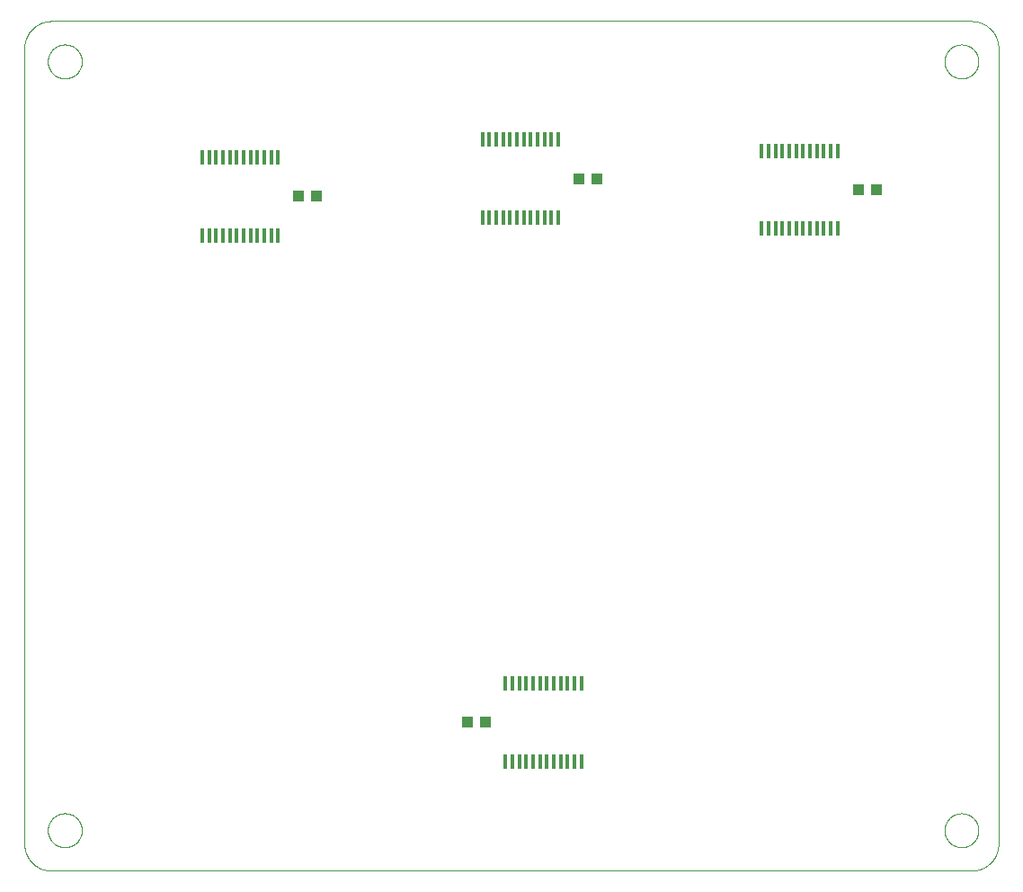
<source format=gtp>
G75*
%MOIN*%
%OFA0B0*%
%FSLAX25Y25*%
%IPPOS*%
%LPD*%
%AMOC8*
5,1,8,0,0,1.08239X$1,22.5*
%
%ADD10C,0.00000*%
%ADD11R,0.01370X0.05500*%
%ADD12R,0.04331X0.03937*%
D10*
X0086433Y0068933D02*
X0086433Y0363894D01*
X0086436Y0364136D01*
X0086445Y0364377D01*
X0086459Y0364618D01*
X0086480Y0364859D01*
X0086506Y0365099D01*
X0086538Y0365339D01*
X0086576Y0365578D01*
X0086619Y0365815D01*
X0086669Y0366052D01*
X0086724Y0366287D01*
X0086784Y0366521D01*
X0086851Y0366753D01*
X0086922Y0366984D01*
X0087000Y0367213D01*
X0087083Y0367440D01*
X0087171Y0367665D01*
X0087265Y0367888D01*
X0087364Y0368108D01*
X0087469Y0368326D01*
X0087578Y0368541D01*
X0087693Y0368754D01*
X0087813Y0368964D01*
X0087938Y0369170D01*
X0088068Y0369374D01*
X0088203Y0369575D01*
X0088343Y0369772D01*
X0088487Y0369966D01*
X0088636Y0370156D01*
X0088790Y0370342D01*
X0088948Y0370525D01*
X0089110Y0370704D01*
X0089277Y0370879D01*
X0089448Y0371050D01*
X0089623Y0371217D01*
X0089802Y0371379D01*
X0089985Y0371537D01*
X0090171Y0371691D01*
X0090361Y0371840D01*
X0090555Y0371984D01*
X0090752Y0372124D01*
X0090953Y0372259D01*
X0091157Y0372389D01*
X0091363Y0372514D01*
X0091573Y0372634D01*
X0091786Y0372749D01*
X0092001Y0372858D01*
X0092219Y0372963D01*
X0092439Y0373062D01*
X0092662Y0373156D01*
X0092887Y0373244D01*
X0093114Y0373327D01*
X0093343Y0373405D01*
X0093574Y0373476D01*
X0093806Y0373543D01*
X0094040Y0373603D01*
X0094275Y0373658D01*
X0094512Y0373708D01*
X0094749Y0373751D01*
X0094988Y0373789D01*
X0095228Y0373821D01*
X0095468Y0373847D01*
X0095709Y0373868D01*
X0095950Y0373882D01*
X0096191Y0373891D01*
X0096433Y0373894D01*
X0437634Y0373894D01*
X0437876Y0373891D01*
X0438117Y0373882D01*
X0438358Y0373868D01*
X0438599Y0373847D01*
X0438839Y0373821D01*
X0439079Y0373789D01*
X0439318Y0373751D01*
X0439555Y0373708D01*
X0439792Y0373658D01*
X0440027Y0373603D01*
X0440261Y0373543D01*
X0440493Y0373476D01*
X0440724Y0373405D01*
X0440953Y0373327D01*
X0441180Y0373244D01*
X0441405Y0373156D01*
X0441628Y0373062D01*
X0441848Y0372963D01*
X0442066Y0372858D01*
X0442281Y0372749D01*
X0442494Y0372634D01*
X0442704Y0372514D01*
X0442910Y0372389D01*
X0443114Y0372259D01*
X0443315Y0372124D01*
X0443512Y0371984D01*
X0443706Y0371840D01*
X0443896Y0371691D01*
X0444082Y0371537D01*
X0444265Y0371379D01*
X0444444Y0371217D01*
X0444619Y0371050D01*
X0444790Y0370879D01*
X0444957Y0370704D01*
X0445119Y0370525D01*
X0445277Y0370342D01*
X0445431Y0370156D01*
X0445580Y0369966D01*
X0445724Y0369772D01*
X0445864Y0369575D01*
X0445999Y0369374D01*
X0446129Y0369170D01*
X0446254Y0368964D01*
X0446374Y0368754D01*
X0446489Y0368541D01*
X0446598Y0368326D01*
X0446703Y0368108D01*
X0446802Y0367888D01*
X0446896Y0367665D01*
X0446984Y0367440D01*
X0447067Y0367213D01*
X0447145Y0366984D01*
X0447216Y0366753D01*
X0447283Y0366521D01*
X0447343Y0366287D01*
X0447398Y0366052D01*
X0447448Y0365815D01*
X0447491Y0365578D01*
X0447529Y0365339D01*
X0447561Y0365099D01*
X0447587Y0364859D01*
X0447608Y0364618D01*
X0447622Y0364377D01*
X0447631Y0364136D01*
X0447634Y0363894D01*
X0447634Y0068933D01*
X0447631Y0068691D01*
X0447622Y0068450D01*
X0447608Y0068209D01*
X0447587Y0067968D01*
X0447561Y0067728D01*
X0447529Y0067488D01*
X0447491Y0067249D01*
X0447448Y0067012D01*
X0447398Y0066775D01*
X0447343Y0066540D01*
X0447283Y0066306D01*
X0447216Y0066074D01*
X0447145Y0065843D01*
X0447067Y0065614D01*
X0446984Y0065387D01*
X0446896Y0065162D01*
X0446802Y0064939D01*
X0446703Y0064719D01*
X0446598Y0064501D01*
X0446489Y0064286D01*
X0446374Y0064073D01*
X0446254Y0063863D01*
X0446129Y0063657D01*
X0445999Y0063453D01*
X0445864Y0063252D01*
X0445724Y0063055D01*
X0445580Y0062861D01*
X0445431Y0062671D01*
X0445277Y0062485D01*
X0445119Y0062302D01*
X0444957Y0062123D01*
X0444790Y0061948D01*
X0444619Y0061777D01*
X0444444Y0061610D01*
X0444265Y0061448D01*
X0444082Y0061290D01*
X0443896Y0061136D01*
X0443706Y0060987D01*
X0443512Y0060843D01*
X0443315Y0060703D01*
X0443114Y0060568D01*
X0442910Y0060438D01*
X0442704Y0060313D01*
X0442494Y0060193D01*
X0442281Y0060078D01*
X0442066Y0059969D01*
X0441848Y0059864D01*
X0441628Y0059765D01*
X0441405Y0059671D01*
X0441180Y0059583D01*
X0440953Y0059500D01*
X0440724Y0059422D01*
X0440493Y0059351D01*
X0440261Y0059284D01*
X0440027Y0059224D01*
X0439792Y0059169D01*
X0439555Y0059119D01*
X0439318Y0059076D01*
X0439079Y0059038D01*
X0438839Y0059006D01*
X0438599Y0058980D01*
X0438358Y0058959D01*
X0438117Y0058945D01*
X0437876Y0058936D01*
X0437634Y0058933D01*
X0096433Y0058933D01*
X0096191Y0058936D01*
X0095950Y0058945D01*
X0095709Y0058959D01*
X0095468Y0058980D01*
X0095228Y0059006D01*
X0094988Y0059038D01*
X0094749Y0059076D01*
X0094512Y0059119D01*
X0094275Y0059169D01*
X0094040Y0059224D01*
X0093806Y0059284D01*
X0093574Y0059351D01*
X0093343Y0059422D01*
X0093114Y0059500D01*
X0092887Y0059583D01*
X0092662Y0059671D01*
X0092439Y0059765D01*
X0092219Y0059864D01*
X0092001Y0059969D01*
X0091786Y0060078D01*
X0091573Y0060193D01*
X0091363Y0060313D01*
X0091157Y0060438D01*
X0090953Y0060568D01*
X0090752Y0060703D01*
X0090555Y0060843D01*
X0090361Y0060987D01*
X0090171Y0061136D01*
X0089985Y0061290D01*
X0089802Y0061448D01*
X0089623Y0061610D01*
X0089448Y0061777D01*
X0089277Y0061948D01*
X0089110Y0062123D01*
X0088948Y0062302D01*
X0088790Y0062485D01*
X0088636Y0062671D01*
X0088487Y0062861D01*
X0088343Y0063055D01*
X0088203Y0063252D01*
X0088068Y0063453D01*
X0087938Y0063657D01*
X0087813Y0063863D01*
X0087693Y0064073D01*
X0087578Y0064286D01*
X0087469Y0064501D01*
X0087364Y0064719D01*
X0087265Y0064939D01*
X0087171Y0065162D01*
X0087083Y0065387D01*
X0087000Y0065614D01*
X0086922Y0065843D01*
X0086851Y0066074D01*
X0086784Y0066306D01*
X0086724Y0066540D01*
X0086669Y0066775D01*
X0086619Y0067012D01*
X0086576Y0067249D01*
X0086538Y0067488D01*
X0086506Y0067728D01*
X0086480Y0067968D01*
X0086459Y0068209D01*
X0086445Y0068450D01*
X0086436Y0068691D01*
X0086433Y0068933D01*
X0095134Y0073933D02*
X0095136Y0074091D01*
X0095142Y0074249D01*
X0095152Y0074407D01*
X0095166Y0074565D01*
X0095184Y0074722D01*
X0095205Y0074879D01*
X0095231Y0075035D01*
X0095261Y0075191D01*
X0095294Y0075346D01*
X0095332Y0075499D01*
X0095373Y0075652D01*
X0095418Y0075804D01*
X0095467Y0075955D01*
X0095520Y0076104D01*
X0095576Y0076252D01*
X0095636Y0076398D01*
X0095700Y0076543D01*
X0095768Y0076686D01*
X0095839Y0076828D01*
X0095913Y0076968D01*
X0095991Y0077105D01*
X0096073Y0077241D01*
X0096157Y0077375D01*
X0096246Y0077506D01*
X0096337Y0077635D01*
X0096432Y0077762D01*
X0096529Y0077887D01*
X0096630Y0078009D01*
X0096734Y0078128D01*
X0096841Y0078245D01*
X0096951Y0078359D01*
X0097064Y0078470D01*
X0097179Y0078579D01*
X0097297Y0078684D01*
X0097418Y0078786D01*
X0097541Y0078886D01*
X0097667Y0078982D01*
X0097795Y0079075D01*
X0097925Y0079165D01*
X0098058Y0079251D01*
X0098193Y0079335D01*
X0098329Y0079414D01*
X0098468Y0079491D01*
X0098609Y0079563D01*
X0098751Y0079633D01*
X0098895Y0079698D01*
X0099041Y0079760D01*
X0099188Y0079818D01*
X0099337Y0079873D01*
X0099487Y0079924D01*
X0099638Y0079971D01*
X0099790Y0080014D01*
X0099943Y0080053D01*
X0100098Y0080089D01*
X0100253Y0080120D01*
X0100409Y0080148D01*
X0100565Y0080172D01*
X0100722Y0080192D01*
X0100880Y0080208D01*
X0101037Y0080220D01*
X0101196Y0080228D01*
X0101354Y0080232D01*
X0101512Y0080232D01*
X0101670Y0080228D01*
X0101829Y0080220D01*
X0101986Y0080208D01*
X0102144Y0080192D01*
X0102301Y0080172D01*
X0102457Y0080148D01*
X0102613Y0080120D01*
X0102768Y0080089D01*
X0102923Y0080053D01*
X0103076Y0080014D01*
X0103228Y0079971D01*
X0103379Y0079924D01*
X0103529Y0079873D01*
X0103678Y0079818D01*
X0103825Y0079760D01*
X0103971Y0079698D01*
X0104115Y0079633D01*
X0104257Y0079563D01*
X0104398Y0079491D01*
X0104537Y0079414D01*
X0104673Y0079335D01*
X0104808Y0079251D01*
X0104941Y0079165D01*
X0105071Y0079075D01*
X0105199Y0078982D01*
X0105325Y0078886D01*
X0105448Y0078786D01*
X0105569Y0078684D01*
X0105687Y0078579D01*
X0105802Y0078470D01*
X0105915Y0078359D01*
X0106025Y0078245D01*
X0106132Y0078128D01*
X0106236Y0078009D01*
X0106337Y0077887D01*
X0106434Y0077762D01*
X0106529Y0077635D01*
X0106620Y0077506D01*
X0106709Y0077375D01*
X0106793Y0077241D01*
X0106875Y0077105D01*
X0106953Y0076968D01*
X0107027Y0076828D01*
X0107098Y0076686D01*
X0107166Y0076543D01*
X0107230Y0076398D01*
X0107290Y0076252D01*
X0107346Y0076104D01*
X0107399Y0075955D01*
X0107448Y0075804D01*
X0107493Y0075652D01*
X0107534Y0075499D01*
X0107572Y0075346D01*
X0107605Y0075191D01*
X0107635Y0075035D01*
X0107661Y0074879D01*
X0107682Y0074722D01*
X0107700Y0074565D01*
X0107714Y0074407D01*
X0107724Y0074249D01*
X0107730Y0074091D01*
X0107732Y0073933D01*
X0107730Y0073775D01*
X0107724Y0073617D01*
X0107714Y0073459D01*
X0107700Y0073301D01*
X0107682Y0073144D01*
X0107661Y0072987D01*
X0107635Y0072831D01*
X0107605Y0072675D01*
X0107572Y0072520D01*
X0107534Y0072367D01*
X0107493Y0072214D01*
X0107448Y0072062D01*
X0107399Y0071911D01*
X0107346Y0071762D01*
X0107290Y0071614D01*
X0107230Y0071468D01*
X0107166Y0071323D01*
X0107098Y0071180D01*
X0107027Y0071038D01*
X0106953Y0070898D01*
X0106875Y0070761D01*
X0106793Y0070625D01*
X0106709Y0070491D01*
X0106620Y0070360D01*
X0106529Y0070231D01*
X0106434Y0070104D01*
X0106337Y0069979D01*
X0106236Y0069857D01*
X0106132Y0069738D01*
X0106025Y0069621D01*
X0105915Y0069507D01*
X0105802Y0069396D01*
X0105687Y0069287D01*
X0105569Y0069182D01*
X0105448Y0069080D01*
X0105325Y0068980D01*
X0105199Y0068884D01*
X0105071Y0068791D01*
X0104941Y0068701D01*
X0104808Y0068615D01*
X0104673Y0068531D01*
X0104537Y0068452D01*
X0104398Y0068375D01*
X0104257Y0068303D01*
X0104115Y0068233D01*
X0103971Y0068168D01*
X0103825Y0068106D01*
X0103678Y0068048D01*
X0103529Y0067993D01*
X0103379Y0067942D01*
X0103228Y0067895D01*
X0103076Y0067852D01*
X0102923Y0067813D01*
X0102768Y0067777D01*
X0102613Y0067746D01*
X0102457Y0067718D01*
X0102301Y0067694D01*
X0102144Y0067674D01*
X0101986Y0067658D01*
X0101829Y0067646D01*
X0101670Y0067638D01*
X0101512Y0067634D01*
X0101354Y0067634D01*
X0101196Y0067638D01*
X0101037Y0067646D01*
X0100880Y0067658D01*
X0100722Y0067674D01*
X0100565Y0067694D01*
X0100409Y0067718D01*
X0100253Y0067746D01*
X0100098Y0067777D01*
X0099943Y0067813D01*
X0099790Y0067852D01*
X0099638Y0067895D01*
X0099487Y0067942D01*
X0099337Y0067993D01*
X0099188Y0068048D01*
X0099041Y0068106D01*
X0098895Y0068168D01*
X0098751Y0068233D01*
X0098609Y0068303D01*
X0098468Y0068375D01*
X0098329Y0068452D01*
X0098193Y0068531D01*
X0098058Y0068615D01*
X0097925Y0068701D01*
X0097795Y0068791D01*
X0097667Y0068884D01*
X0097541Y0068980D01*
X0097418Y0069080D01*
X0097297Y0069182D01*
X0097179Y0069287D01*
X0097064Y0069396D01*
X0096951Y0069507D01*
X0096841Y0069621D01*
X0096734Y0069738D01*
X0096630Y0069857D01*
X0096529Y0069979D01*
X0096432Y0070104D01*
X0096337Y0070231D01*
X0096246Y0070360D01*
X0096157Y0070491D01*
X0096073Y0070625D01*
X0095991Y0070761D01*
X0095913Y0070898D01*
X0095839Y0071038D01*
X0095768Y0071180D01*
X0095700Y0071323D01*
X0095636Y0071468D01*
X0095576Y0071614D01*
X0095520Y0071762D01*
X0095467Y0071911D01*
X0095418Y0072062D01*
X0095373Y0072214D01*
X0095332Y0072367D01*
X0095294Y0072520D01*
X0095261Y0072675D01*
X0095231Y0072831D01*
X0095205Y0072987D01*
X0095184Y0073144D01*
X0095166Y0073301D01*
X0095152Y0073459D01*
X0095142Y0073617D01*
X0095136Y0073775D01*
X0095134Y0073933D01*
X0427634Y0073933D02*
X0427636Y0074091D01*
X0427642Y0074249D01*
X0427652Y0074407D01*
X0427666Y0074565D01*
X0427684Y0074722D01*
X0427705Y0074879D01*
X0427731Y0075035D01*
X0427761Y0075191D01*
X0427794Y0075346D01*
X0427832Y0075499D01*
X0427873Y0075652D01*
X0427918Y0075804D01*
X0427967Y0075955D01*
X0428020Y0076104D01*
X0428076Y0076252D01*
X0428136Y0076398D01*
X0428200Y0076543D01*
X0428268Y0076686D01*
X0428339Y0076828D01*
X0428413Y0076968D01*
X0428491Y0077105D01*
X0428573Y0077241D01*
X0428657Y0077375D01*
X0428746Y0077506D01*
X0428837Y0077635D01*
X0428932Y0077762D01*
X0429029Y0077887D01*
X0429130Y0078009D01*
X0429234Y0078128D01*
X0429341Y0078245D01*
X0429451Y0078359D01*
X0429564Y0078470D01*
X0429679Y0078579D01*
X0429797Y0078684D01*
X0429918Y0078786D01*
X0430041Y0078886D01*
X0430167Y0078982D01*
X0430295Y0079075D01*
X0430425Y0079165D01*
X0430558Y0079251D01*
X0430693Y0079335D01*
X0430829Y0079414D01*
X0430968Y0079491D01*
X0431109Y0079563D01*
X0431251Y0079633D01*
X0431395Y0079698D01*
X0431541Y0079760D01*
X0431688Y0079818D01*
X0431837Y0079873D01*
X0431987Y0079924D01*
X0432138Y0079971D01*
X0432290Y0080014D01*
X0432443Y0080053D01*
X0432598Y0080089D01*
X0432753Y0080120D01*
X0432909Y0080148D01*
X0433065Y0080172D01*
X0433222Y0080192D01*
X0433380Y0080208D01*
X0433537Y0080220D01*
X0433696Y0080228D01*
X0433854Y0080232D01*
X0434012Y0080232D01*
X0434170Y0080228D01*
X0434329Y0080220D01*
X0434486Y0080208D01*
X0434644Y0080192D01*
X0434801Y0080172D01*
X0434957Y0080148D01*
X0435113Y0080120D01*
X0435268Y0080089D01*
X0435423Y0080053D01*
X0435576Y0080014D01*
X0435728Y0079971D01*
X0435879Y0079924D01*
X0436029Y0079873D01*
X0436178Y0079818D01*
X0436325Y0079760D01*
X0436471Y0079698D01*
X0436615Y0079633D01*
X0436757Y0079563D01*
X0436898Y0079491D01*
X0437037Y0079414D01*
X0437173Y0079335D01*
X0437308Y0079251D01*
X0437441Y0079165D01*
X0437571Y0079075D01*
X0437699Y0078982D01*
X0437825Y0078886D01*
X0437948Y0078786D01*
X0438069Y0078684D01*
X0438187Y0078579D01*
X0438302Y0078470D01*
X0438415Y0078359D01*
X0438525Y0078245D01*
X0438632Y0078128D01*
X0438736Y0078009D01*
X0438837Y0077887D01*
X0438934Y0077762D01*
X0439029Y0077635D01*
X0439120Y0077506D01*
X0439209Y0077375D01*
X0439293Y0077241D01*
X0439375Y0077105D01*
X0439453Y0076968D01*
X0439527Y0076828D01*
X0439598Y0076686D01*
X0439666Y0076543D01*
X0439730Y0076398D01*
X0439790Y0076252D01*
X0439846Y0076104D01*
X0439899Y0075955D01*
X0439948Y0075804D01*
X0439993Y0075652D01*
X0440034Y0075499D01*
X0440072Y0075346D01*
X0440105Y0075191D01*
X0440135Y0075035D01*
X0440161Y0074879D01*
X0440182Y0074722D01*
X0440200Y0074565D01*
X0440214Y0074407D01*
X0440224Y0074249D01*
X0440230Y0074091D01*
X0440232Y0073933D01*
X0440230Y0073775D01*
X0440224Y0073617D01*
X0440214Y0073459D01*
X0440200Y0073301D01*
X0440182Y0073144D01*
X0440161Y0072987D01*
X0440135Y0072831D01*
X0440105Y0072675D01*
X0440072Y0072520D01*
X0440034Y0072367D01*
X0439993Y0072214D01*
X0439948Y0072062D01*
X0439899Y0071911D01*
X0439846Y0071762D01*
X0439790Y0071614D01*
X0439730Y0071468D01*
X0439666Y0071323D01*
X0439598Y0071180D01*
X0439527Y0071038D01*
X0439453Y0070898D01*
X0439375Y0070761D01*
X0439293Y0070625D01*
X0439209Y0070491D01*
X0439120Y0070360D01*
X0439029Y0070231D01*
X0438934Y0070104D01*
X0438837Y0069979D01*
X0438736Y0069857D01*
X0438632Y0069738D01*
X0438525Y0069621D01*
X0438415Y0069507D01*
X0438302Y0069396D01*
X0438187Y0069287D01*
X0438069Y0069182D01*
X0437948Y0069080D01*
X0437825Y0068980D01*
X0437699Y0068884D01*
X0437571Y0068791D01*
X0437441Y0068701D01*
X0437308Y0068615D01*
X0437173Y0068531D01*
X0437037Y0068452D01*
X0436898Y0068375D01*
X0436757Y0068303D01*
X0436615Y0068233D01*
X0436471Y0068168D01*
X0436325Y0068106D01*
X0436178Y0068048D01*
X0436029Y0067993D01*
X0435879Y0067942D01*
X0435728Y0067895D01*
X0435576Y0067852D01*
X0435423Y0067813D01*
X0435268Y0067777D01*
X0435113Y0067746D01*
X0434957Y0067718D01*
X0434801Y0067694D01*
X0434644Y0067674D01*
X0434486Y0067658D01*
X0434329Y0067646D01*
X0434170Y0067638D01*
X0434012Y0067634D01*
X0433854Y0067634D01*
X0433696Y0067638D01*
X0433537Y0067646D01*
X0433380Y0067658D01*
X0433222Y0067674D01*
X0433065Y0067694D01*
X0432909Y0067718D01*
X0432753Y0067746D01*
X0432598Y0067777D01*
X0432443Y0067813D01*
X0432290Y0067852D01*
X0432138Y0067895D01*
X0431987Y0067942D01*
X0431837Y0067993D01*
X0431688Y0068048D01*
X0431541Y0068106D01*
X0431395Y0068168D01*
X0431251Y0068233D01*
X0431109Y0068303D01*
X0430968Y0068375D01*
X0430829Y0068452D01*
X0430693Y0068531D01*
X0430558Y0068615D01*
X0430425Y0068701D01*
X0430295Y0068791D01*
X0430167Y0068884D01*
X0430041Y0068980D01*
X0429918Y0069080D01*
X0429797Y0069182D01*
X0429679Y0069287D01*
X0429564Y0069396D01*
X0429451Y0069507D01*
X0429341Y0069621D01*
X0429234Y0069738D01*
X0429130Y0069857D01*
X0429029Y0069979D01*
X0428932Y0070104D01*
X0428837Y0070231D01*
X0428746Y0070360D01*
X0428657Y0070491D01*
X0428573Y0070625D01*
X0428491Y0070761D01*
X0428413Y0070898D01*
X0428339Y0071038D01*
X0428268Y0071180D01*
X0428200Y0071323D01*
X0428136Y0071468D01*
X0428076Y0071614D01*
X0428020Y0071762D01*
X0427967Y0071911D01*
X0427918Y0072062D01*
X0427873Y0072214D01*
X0427832Y0072367D01*
X0427794Y0072520D01*
X0427761Y0072675D01*
X0427731Y0072831D01*
X0427705Y0072987D01*
X0427684Y0073144D01*
X0427666Y0073301D01*
X0427652Y0073459D01*
X0427642Y0073617D01*
X0427636Y0073775D01*
X0427634Y0073933D01*
X0427634Y0358933D02*
X0427636Y0359091D01*
X0427642Y0359249D01*
X0427652Y0359407D01*
X0427666Y0359565D01*
X0427684Y0359722D01*
X0427705Y0359879D01*
X0427731Y0360035D01*
X0427761Y0360191D01*
X0427794Y0360346D01*
X0427832Y0360499D01*
X0427873Y0360652D01*
X0427918Y0360804D01*
X0427967Y0360955D01*
X0428020Y0361104D01*
X0428076Y0361252D01*
X0428136Y0361398D01*
X0428200Y0361543D01*
X0428268Y0361686D01*
X0428339Y0361828D01*
X0428413Y0361968D01*
X0428491Y0362105D01*
X0428573Y0362241D01*
X0428657Y0362375D01*
X0428746Y0362506D01*
X0428837Y0362635D01*
X0428932Y0362762D01*
X0429029Y0362887D01*
X0429130Y0363009D01*
X0429234Y0363128D01*
X0429341Y0363245D01*
X0429451Y0363359D01*
X0429564Y0363470D01*
X0429679Y0363579D01*
X0429797Y0363684D01*
X0429918Y0363786D01*
X0430041Y0363886D01*
X0430167Y0363982D01*
X0430295Y0364075D01*
X0430425Y0364165D01*
X0430558Y0364251D01*
X0430693Y0364335D01*
X0430829Y0364414D01*
X0430968Y0364491D01*
X0431109Y0364563D01*
X0431251Y0364633D01*
X0431395Y0364698D01*
X0431541Y0364760D01*
X0431688Y0364818D01*
X0431837Y0364873D01*
X0431987Y0364924D01*
X0432138Y0364971D01*
X0432290Y0365014D01*
X0432443Y0365053D01*
X0432598Y0365089D01*
X0432753Y0365120D01*
X0432909Y0365148D01*
X0433065Y0365172D01*
X0433222Y0365192D01*
X0433380Y0365208D01*
X0433537Y0365220D01*
X0433696Y0365228D01*
X0433854Y0365232D01*
X0434012Y0365232D01*
X0434170Y0365228D01*
X0434329Y0365220D01*
X0434486Y0365208D01*
X0434644Y0365192D01*
X0434801Y0365172D01*
X0434957Y0365148D01*
X0435113Y0365120D01*
X0435268Y0365089D01*
X0435423Y0365053D01*
X0435576Y0365014D01*
X0435728Y0364971D01*
X0435879Y0364924D01*
X0436029Y0364873D01*
X0436178Y0364818D01*
X0436325Y0364760D01*
X0436471Y0364698D01*
X0436615Y0364633D01*
X0436757Y0364563D01*
X0436898Y0364491D01*
X0437037Y0364414D01*
X0437173Y0364335D01*
X0437308Y0364251D01*
X0437441Y0364165D01*
X0437571Y0364075D01*
X0437699Y0363982D01*
X0437825Y0363886D01*
X0437948Y0363786D01*
X0438069Y0363684D01*
X0438187Y0363579D01*
X0438302Y0363470D01*
X0438415Y0363359D01*
X0438525Y0363245D01*
X0438632Y0363128D01*
X0438736Y0363009D01*
X0438837Y0362887D01*
X0438934Y0362762D01*
X0439029Y0362635D01*
X0439120Y0362506D01*
X0439209Y0362375D01*
X0439293Y0362241D01*
X0439375Y0362105D01*
X0439453Y0361968D01*
X0439527Y0361828D01*
X0439598Y0361686D01*
X0439666Y0361543D01*
X0439730Y0361398D01*
X0439790Y0361252D01*
X0439846Y0361104D01*
X0439899Y0360955D01*
X0439948Y0360804D01*
X0439993Y0360652D01*
X0440034Y0360499D01*
X0440072Y0360346D01*
X0440105Y0360191D01*
X0440135Y0360035D01*
X0440161Y0359879D01*
X0440182Y0359722D01*
X0440200Y0359565D01*
X0440214Y0359407D01*
X0440224Y0359249D01*
X0440230Y0359091D01*
X0440232Y0358933D01*
X0440230Y0358775D01*
X0440224Y0358617D01*
X0440214Y0358459D01*
X0440200Y0358301D01*
X0440182Y0358144D01*
X0440161Y0357987D01*
X0440135Y0357831D01*
X0440105Y0357675D01*
X0440072Y0357520D01*
X0440034Y0357367D01*
X0439993Y0357214D01*
X0439948Y0357062D01*
X0439899Y0356911D01*
X0439846Y0356762D01*
X0439790Y0356614D01*
X0439730Y0356468D01*
X0439666Y0356323D01*
X0439598Y0356180D01*
X0439527Y0356038D01*
X0439453Y0355898D01*
X0439375Y0355761D01*
X0439293Y0355625D01*
X0439209Y0355491D01*
X0439120Y0355360D01*
X0439029Y0355231D01*
X0438934Y0355104D01*
X0438837Y0354979D01*
X0438736Y0354857D01*
X0438632Y0354738D01*
X0438525Y0354621D01*
X0438415Y0354507D01*
X0438302Y0354396D01*
X0438187Y0354287D01*
X0438069Y0354182D01*
X0437948Y0354080D01*
X0437825Y0353980D01*
X0437699Y0353884D01*
X0437571Y0353791D01*
X0437441Y0353701D01*
X0437308Y0353615D01*
X0437173Y0353531D01*
X0437037Y0353452D01*
X0436898Y0353375D01*
X0436757Y0353303D01*
X0436615Y0353233D01*
X0436471Y0353168D01*
X0436325Y0353106D01*
X0436178Y0353048D01*
X0436029Y0352993D01*
X0435879Y0352942D01*
X0435728Y0352895D01*
X0435576Y0352852D01*
X0435423Y0352813D01*
X0435268Y0352777D01*
X0435113Y0352746D01*
X0434957Y0352718D01*
X0434801Y0352694D01*
X0434644Y0352674D01*
X0434486Y0352658D01*
X0434329Y0352646D01*
X0434170Y0352638D01*
X0434012Y0352634D01*
X0433854Y0352634D01*
X0433696Y0352638D01*
X0433537Y0352646D01*
X0433380Y0352658D01*
X0433222Y0352674D01*
X0433065Y0352694D01*
X0432909Y0352718D01*
X0432753Y0352746D01*
X0432598Y0352777D01*
X0432443Y0352813D01*
X0432290Y0352852D01*
X0432138Y0352895D01*
X0431987Y0352942D01*
X0431837Y0352993D01*
X0431688Y0353048D01*
X0431541Y0353106D01*
X0431395Y0353168D01*
X0431251Y0353233D01*
X0431109Y0353303D01*
X0430968Y0353375D01*
X0430829Y0353452D01*
X0430693Y0353531D01*
X0430558Y0353615D01*
X0430425Y0353701D01*
X0430295Y0353791D01*
X0430167Y0353884D01*
X0430041Y0353980D01*
X0429918Y0354080D01*
X0429797Y0354182D01*
X0429679Y0354287D01*
X0429564Y0354396D01*
X0429451Y0354507D01*
X0429341Y0354621D01*
X0429234Y0354738D01*
X0429130Y0354857D01*
X0429029Y0354979D01*
X0428932Y0355104D01*
X0428837Y0355231D01*
X0428746Y0355360D01*
X0428657Y0355491D01*
X0428573Y0355625D01*
X0428491Y0355761D01*
X0428413Y0355898D01*
X0428339Y0356038D01*
X0428268Y0356180D01*
X0428200Y0356323D01*
X0428136Y0356468D01*
X0428076Y0356614D01*
X0428020Y0356762D01*
X0427967Y0356911D01*
X0427918Y0357062D01*
X0427873Y0357214D01*
X0427832Y0357367D01*
X0427794Y0357520D01*
X0427761Y0357675D01*
X0427731Y0357831D01*
X0427705Y0357987D01*
X0427684Y0358144D01*
X0427666Y0358301D01*
X0427652Y0358459D01*
X0427642Y0358617D01*
X0427636Y0358775D01*
X0427634Y0358933D01*
X0095134Y0358933D02*
X0095136Y0359091D01*
X0095142Y0359249D01*
X0095152Y0359407D01*
X0095166Y0359565D01*
X0095184Y0359722D01*
X0095205Y0359879D01*
X0095231Y0360035D01*
X0095261Y0360191D01*
X0095294Y0360346D01*
X0095332Y0360499D01*
X0095373Y0360652D01*
X0095418Y0360804D01*
X0095467Y0360955D01*
X0095520Y0361104D01*
X0095576Y0361252D01*
X0095636Y0361398D01*
X0095700Y0361543D01*
X0095768Y0361686D01*
X0095839Y0361828D01*
X0095913Y0361968D01*
X0095991Y0362105D01*
X0096073Y0362241D01*
X0096157Y0362375D01*
X0096246Y0362506D01*
X0096337Y0362635D01*
X0096432Y0362762D01*
X0096529Y0362887D01*
X0096630Y0363009D01*
X0096734Y0363128D01*
X0096841Y0363245D01*
X0096951Y0363359D01*
X0097064Y0363470D01*
X0097179Y0363579D01*
X0097297Y0363684D01*
X0097418Y0363786D01*
X0097541Y0363886D01*
X0097667Y0363982D01*
X0097795Y0364075D01*
X0097925Y0364165D01*
X0098058Y0364251D01*
X0098193Y0364335D01*
X0098329Y0364414D01*
X0098468Y0364491D01*
X0098609Y0364563D01*
X0098751Y0364633D01*
X0098895Y0364698D01*
X0099041Y0364760D01*
X0099188Y0364818D01*
X0099337Y0364873D01*
X0099487Y0364924D01*
X0099638Y0364971D01*
X0099790Y0365014D01*
X0099943Y0365053D01*
X0100098Y0365089D01*
X0100253Y0365120D01*
X0100409Y0365148D01*
X0100565Y0365172D01*
X0100722Y0365192D01*
X0100880Y0365208D01*
X0101037Y0365220D01*
X0101196Y0365228D01*
X0101354Y0365232D01*
X0101512Y0365232D01*
X0101670Y0365228D01*
X0101829Y0365220D01*
X0101986Y0365208D01*
X0102144Y0365192D01*
X0102301Y0365172D01*
X0102457Y0365148D01*
X0102613Y0365120D01*
X0102768Y0365089D01*
X0102923Y0365053D01*
X0103076Y0365014D01*
X0103228Y0364971D01*
X0103379Y0364924D01*
X0103529Y0364873D01*
X0103678Y0364818D01*
X0103825Y0364760D01*
X0103971Y0364698D01*
X0104115Y0364633D01*
X0104257Y0364563D01*
X0104398Y0364491D01*
X0104537Y0364414D01*
X0104673Y0364335D01*
X0104808Y0364251D01*
X0104941Y0364165D01*
X0105071Y0364075D01*
X0105199Y0363982D01*
X0105325Y0363886D01*
X0105448Y0363786D01*
X0105569Y0363684D01*
X0105687Y0363579D01*
X0105802Y0363470D01*
X0105915Y0363359D01*
X0106025Y0363245D01*
X0106132Y0363128D01*
X0106236Y0363009D01*
X0106337Y0362887D01*
X0106434Y0362762D01*
X0106529Y0362635D01*
X0106620Y0362506D01*
X0106709Y0362375D01*
X0106793Y0362241D01*
X0106875Y0362105D01*
X0106953Y0361968D01*
X0107027Y0361828D01*
X0107098Y0361686D01*
X0107166Y0361543D01*
X0107230Y0361398D01*
X0107290Y0361252D01*
X0107346Y0361104D01*
X0107399Y0360955D01*
X0107448Y0360804D01*
X0107493Y0360652D01*
X0107534Y0360499D01*
X0107572Y0360346D01*
X0107605Y0360191D01*
X0107635Y0360035D01*
X0107661Y0359879D01*
X0107682Y0359722D01*
X0107700Y0359565D01*
X0107714Y0359407D01*
X0107724Y0359249D01*
X0107730Y0359091D01*
X0107732Y0358933D01*
X0107730Y0358775D01*
X0107724Y0358617D01*
X0107714Y0358459D01*
X0107700Y0358301D01*
X0107682Y0358144D01*
X0107661Y0357987D01*
X0107635Y0357831D01*
X0107605Y0357675D01*
X0107572Y0357520D01*
X0107534Y0357367D01*
X0107493Y0357214D01*
X0107448Y0357062D01*
X0107399Y0356911D01*
X0107346Y0356762D01*
X0107290Y0356614D01*
X0107230Y0356468D01*
X0107166Y0356323D01*
X0107098Y0356180D01*
X0107027Y0356038D01*
X0106953Y0355898D01*
X0106875Y0355761D01*
X0106793Y0355625D01*
X0106709Y0355491D01*
X0106620Y0355360D01*
X0106529Y0355231D01*
X0106434Y0355104D01*
X0106337Y0354979D01*
X0106236Y0354857D01*
X0106132Y0354738D01*
X0106025Y0354621D01*
X0105915Y0354507D01*
X0105802Y0354396D01*
X0105687Y0354287D01*
X0105569Y0354182D01*
X0105448Y0354080D01*
X0105325Y0353980D01*
X0105199Y0353884D01*
X0105071Y0353791D01*
X0104941Y0353701D01*
X0104808Y0353615D01*
X0104673Y0353531D01*
X0104537Y0353452D01*
X0104398Y0353375D01*
X0104257Y0353303D01*
X0104115Y0353233D01*
X0103971Y0353168D01*
X0103825Y0353106D01*
X0103678Y0353048D01*
X0103529Y0352993D01*
X0103379Y0352942D01*
X0103228Y0352895D01*
X0103076Y0352852D01*
X0102923Y0352813D01*
X0102768Y0352777D01*
X0102613Y0352746D01*
X0102457Y0352718D01*
X0102301Y0352694D01*
X0102144Y0352674D01*
X0101986Y0352658D01*
X0101829Y0352646D01*
X0101670Y0352638D01*
X0101512Y0352634D01*
X0101354Y0352634D01*
X0101196Y0352638D01*
X0101037Y0352646D01*
X0100880Y0352658D01*
X0100722Y0352674D01*
X0100565Y0352694D01*
X0100409Y0352718D01*
X0100253Y0352746D01*
X0100098Y0352777D01*
X0099943Y0352813D01*
X0099790Y0352852D01*
X0099638Y0352895D01*
X0099487Y0352942D01*
X0099337Y0352993D01*
X0099188Y0353048D01*
X0099041Y0353106D01*
X0098895Y0353168D01*
X0098751Y0353233D01*
X0098609Y0353303D01*
X0098468Y0353375D01*
X0098329Y0353452D01*
X0098193Y0353531D01*
X0098058Y0353615D01*
X0097925Y0353701D01*
X0097795Y0353791D01*
X0097667Y0353884D01*
X0097541Y0353980D01*
X0097418Y0354080D01*
X0097297Y0354182D01*
X0097179Y0354287D01*
X0097064Y0354396D01*
X0096951Y0354507D01*
X0096841Y0354621D01*
X0096734Y0354738D01*
X0096630Y0354857D01*
X0096529Y0354979D01*
X0096432Y0355104D01*
X0096337Y0355231D01*
X0096246Y0355360D01*
X0096157Y0355491D01*
X0096073Y0355625D01*
X0095991Y0355761D01*
X0095913Y0355898D01*
X0095839Y0356038D01*
X0095768Y0356180D01*
X0095700Y0356323D01*
X0095636Y0356468D01*
X0095576Y0356614D01*
X0095520Y0356762D01*
X0095467Y0356911D01*
X0095418Y0357062D01*
X0095373Y0357214D01*
X0095332Y0357367D01*
X0095294Y0357520D01*
X0095261Y0357675D01*
X0095231Y0357831D01*
X0095205Y0357987D01*
X0095184Y0358144D01*
X0095166Y0358301D01*
X0095152Y0358459D01*
X0095142Y0358617D01*
X0095136Y0358775D01*
X0095134Y0358933D01*
D11*
X0152358Y0323327D03*
X0154917Y0323327D03*
X0157476Y0323327D03*
X0160035Y0323327D03*
X0162594Y0323327D03*
X0165154Y0323327D03*
X0167713Y0323327D03*
X0170272Y0323327D03*
X0172831Y0323327D03*
X0175390Y0323327D03*
X0177949Y0323327D03*
X0180508Y0323327D03*
X0180508Y0294539D03*
X0177949Y0294539D03*
X0175390Y0294539D03*
X0172831Y0294539D03*
X0170272Y0294539D03*
X0167713Y0294539D03*
X0165154Y0294539D03*
X0162594Y0294539D03*
X0160035Y0294539D03*
X0157476Y0294539D03*
X0154917Y0294539D03*
X0152358Y0294539D03*
X0256238Y0301108D03*
X0258797Y0301108D03*
X0261356Y0301108D03*
X0263915Y0301108D03*
X0266474Y0301108D03*
X0269033Y0301108D03*
X0271592Y0301108D03*
X0274151Y0301108D03*
X0276710Y0301108D03*
X0279269Y0301108D03*
X0281828Y0301108D03*
X0284388Y0301108D03*
X0284388Y0329896D03*
X0281828Y0329896D03*
X0279269Y0329896D03*
X0276710Y0329896D03*
X0274151Y0329896D03*
X0271592Y0329896D03*
X0269033Y0329896D03*
X0266474Y0329896D03*
X0263915Y0329896D03*
X0261356Y0329896D03*
X0258797Y0329896D03*
X0256238Y0329896D03*
X0359858Y0325827D03*
X0362417Y0325827D03*
X0364976Y0325827D03*
X0367535Y0325827D03*
X0370094Y0325827D03*
X0372654Y0325827D03*
X0375213Y0325827D03*
X0377772Y0325827D03*
X0380331Y0325827D03*
X0382890Y0325827D03*
X0385449Y0325827D03*
X0388008Y0325827D03*
X0388008Y0297039D03*
X0385449Y0297039D03*
X0382890Y0297039D03*
X0380331Y0297039D03*
X0377772Y0297039D03*
X0375213Y0297039D03*
X0372654Y0297039D03*
X0370094Y0297039D03*
X0367535Y0297039D03*
X0364976Y0297039D03*
X0362417Y0297039D03*
X0359858Y0297039D03*
X0293008Y0128327D03*
X0290449Y0128327D03*
X0287890Y0128327D03*
X0285331Y0128327D03*
X0282772Y0128327D03*
X0280213Y0128327D03*
X0277654Y0128327D03*
X0275094Y0128327D03*
X0272535Y0128327D03*
X0269976Y0128327D03*
X0267417Y0128327D03*
X0264858Y0128327D03*
X0264858Y0099539D03*
X0267417Y0099539D03*
X0269976Y0099539D03*
X0272535Y0099539D03*
X0275094Y0099539D03*
X0277654Y0099539D03*
X0280213Y0099539D03*
X0282772Y0099539D03*
X0285331Y0099539D03*
X0287890Y0099539D03*
X0290449Y0099539D03*
X0293008Y0099539D03*
D12*
X0257280Y0113933D03*
X0250587Y0113933D03*
X0194780Y0308933D03*
X0188087Y0308933D03*
X0291966Y0315502D03*
X0298659Y0315502D03*
X0395587Y0311433D03*
X0402280Y0311433D03*
M02*

</source>
